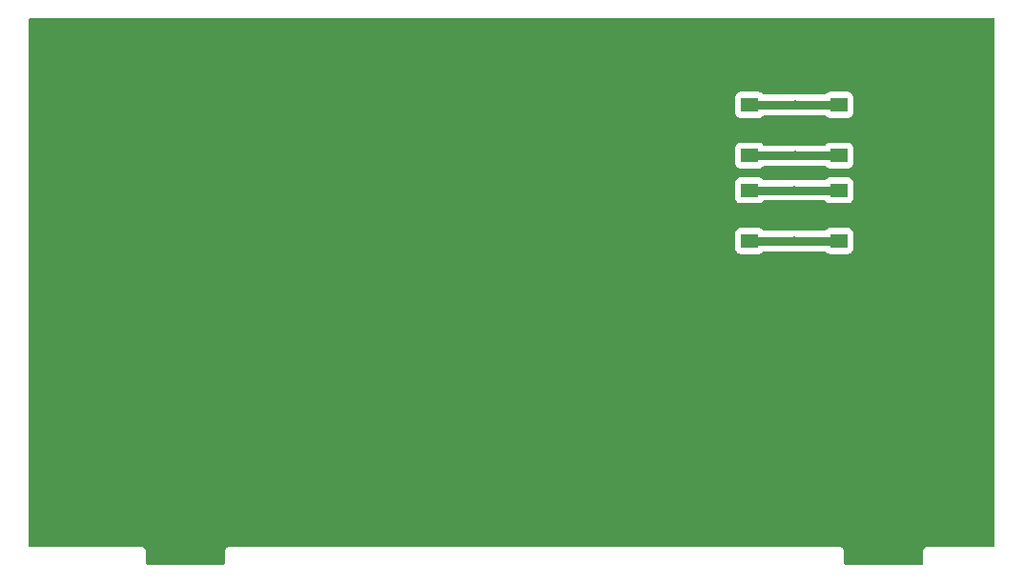
<source format=gbr>
G04 #@! TF.GenerationSoftware,KiCad,Pcbnew,(6.0.0)*
G04 #@! TF.CreationDate,2022-12-26T18:08:20+03:00*
G04 #@! TF.ProjectId,right,72696768-742e-46b6-9963-61645f706362,rev?*
G04 #@! TF.SameCoordinates,Original*
G04 #@! TF.FileFunction,Copper,L1,Top*
G04 #@! TF.FilePolarity,Positive*
%FSLAX46Y46*%
G04 Gerber Fmt 4.6, Leading zero omitted, Abs format (unit mm)*
G04 Created by KiCad (PCBNEW (6.0.0)) date 2022-12-26 18:08:20*
%MOMM*%
%LPD*%
G01*
G04 APERTURE LIST*
G04 #@! TA.AperFunction,SMDPad,CuDef*
%ADD10R,1.550000X1.300000*%
G04 #@! TD*
G04 #@! TA.AperFunction,ViaPad*
%ADD11C,0.800000*%
G04 #@! TD*
G04 #@! TA.AperFunction,Conductor*
%ADD12C,0.800000*%
G04 #@! TD*
G04 APERTURE END LIST*
D10*
X186100001Y-82740001D03*
X186100001Y-78240001D03*
X194050001Y-78240001D03*
X194050001Y-82740001D03*
X194050001Y-90320001D03*
X194050001Y-85820001D03*
X186100001Y-85820001D03*
X186100001Y-90320001D03*
D11*
X190159999Y-78240001D03*
X190159999Y-82740001D03*
X190079999Y-85820001D03*
X190079999Y-90320001D03*
D12*
X186100001Y-78240001D02*
X190159999Y-78240001D01*
X190159999Y-78240001D02*
X194050001Y-78240001D01*
X194050001Y-82740001D02*
X190159999Y-82740001D01*
X190159999Y-82740001D02*
X186100001Y-82740001D01*
X186100001Y-85820001D02*
X190079999Y-85820001D01*
X190079999Y-85820001D02*
X194050001Y-85820001D01*
X194050001Y-90320001D02*
X190079999Y-90320001D01*
X190079999Y-90320001D02*
X186100001Y-90320001D01*
G04 #@! TA.AperFunction,NonConductor*
G36*
X207834121Y-70528002D02*
G01*
X207880614Y-70581658D01*
X207892000Y-70634000D01*
X207892000Y-117366000D01*
X207871998Y-117434121D01*
X207818342Y-117480614D01*
X207766000Y-117492000D01*
X202008702Y-117492000D01*
X202007932Y-117491998D01*
X202007078Y-117491993D01*
X201930348Y-117491524D01*
X201921719Y-117493990D01*
X201921714Y-117493991D01*
X201901952Y-117499639D01*
X201885191Y-117503217D01*
X201864848Y-117506130D01*
X201864838Y-117506133D01*
X201855955Y-117507405D01*
X201832605Y-117518021D01*
X201815093Y-117524464D01*
X201807057Y-117526761D01*
X201790435Y-117531512D01*
X201765452Y-117547274D01*
X201750386Y-117555404D01*
X201723490Y-117567633D01*
X201704061Y-117584374D01*
X201689053Y-117595479D01*
X201667369Y-117609160D01*
X201661427Y-117615888D01*
X201647819Y-117631296D01*
X201635627Y-117643340D01*
X201613253Y-117662619D01*
X201608374Y-117670147D01*
X201608371Y-117670150D01*
X201599304Y-117684139D01*
X201588014Y-117699013D01*
X201571044Y-117718228D01*
X201558490Y-117744966D01*
X201550176Y-117759935D01*
X201534107Y-117784727D01*
X201531535Y-117793327D01*
X201526761Y-117809290D01*
X201520099Y-117826736D01*
X201509201Y-117849948D01*
X201504658Y-117879128D01*
X201500874Y-117895849D01*
X201494986Y-117915536D01*
X201494985Y-117915539D01*
X201492413Y-117924141D01*
X201492358Y-117933116D01*
X201492358Y-117933117D01*
X201492203Y-117958546D01*
X201492170Y-117959328D01*
X201492000Y-117960423D01*
X201492000Y-117991298D01*
X201491998Y-117992068D01*
X201491524Y-118069652D01*
X201491908Y-118070996D01*
X201492000Y-118072341D01*
X201492000Y-118966000D01*
X201471998Y-119034121D01*
X201418342Y-119080614D01*
X201366000Y-119092000D01*
X194634000Y-119092000D01*
X194565879Y-119071998D01*
X194519386Y-119018342D01*
X194508000Y-118966000D01*
X194508000Y-118008702D01*
X194508002Y-118007932D01*
X194508421Y-117939322D01*
X194508476Y-117930348D01*
X194506010Y-117921719D01*
X194506009Y-117921714D01*
X194500361Y-117901952D01*
X194496783Y-117885191D01*
X194493870Y-117864848D01*
X194493867Y-117864838D01*
X194492595Y-117855955D01*
X194481979Y-117832605D01*
X194475536Y-117815093D01*
X194470954Y-117799063D01*
X194468488Y-117790435D01*
X194452726Y-117765452D01*
X194444596Y-117750386D01*
X194432367Y-117723490D01*
X194415626Y-117704061D01*
X194404521Y-117689053D01*
X194395630Y-117674961D01*
X194390840Y-117667369D01*
X194368703Y-117647818D01*
X194356659Y-117635626D01*
X194343239Y-117620051D01*
X194343237Y-117620050D01*
X194337381Y-117613253D01*
X194329853Y-117608374D01*
X194329850Y-117608371D01*
X194315861Y-117599304D01*
X194300987Y-117588014D01*
X194288502Y-117576988D01*
X194281772Y-117571044D01*
X194273646Y-117567229D01*
X194273645Y-117567228D01*
X194267979Y-117564568D01*
X194255034Y-117558490D01*
X194240065Y-117550176D01*
X194215273Y-117534107D01*
X194190709Y-117526761D01*
X194173264Y-117520099D01*
X194168827Y-117518016D01*
X194150052Y-117509201D01*
X194120870Y-117504657D01*
X194104151Y-117500874D01*
X194084464Y-117494986D01*
X194084461Y-117494985D01*
X194075859Y-117492413D01*
X194066884Y-117492358D01*
X194066883Y-117492358D01*
X194060190Y-117492317D01*
X194041444Y-117492203D01*
X194040672Y-117492170D01*
X194039577Y-117492000D01*
X194008702Y-117492000D01*
X194007932Y-117491998D01*
X193934284Y-117491548D01*
X193934283Y-117491548D01*
X193930348Y-117491524D01*
X193929004Y-117491908D01*
X193927659Y-117492000D01*
X140008702Y-117492000D01*
X140007932Y-117491998D01*
X140007078Y-117491993D01*
X139930348Y-117491524D01*
X139921719Y-117493990D01*
X139921714Y-117493991D01*
X139901952Y-117499639D01*
X139885191Y-117503217D01*
X139864848Y-117506130D01*
X139864838Y-117506133D01*
X139855955Y-117507405D01*
X139832605Y-117518021D01*
X139815093Y-117524464D01*
X139807057Y-117526761D01*
X139790435Y-117531512D01*
X139765452Y-117547274D01*
X139750386Y-117555404D01*
X139723490Y-117567633D01*
X139704061Y-117584374D01*
X139689053Y-117595479D01*
X139667369Y-117609160D01*
X139661427Y-117615888D01*
X139647819Y-117631296D01*
X139635627Y-117643340D01*
X139613253Y-117662619D01*
X139608374Y-117670147D01*
X139608371Y-117670150D01*
X139599304Y-117684139D01*
X139588014Y-117699013D01*
X139571044Y-117718228D01*
X139558490Y-117744966D01*
X139550176Y-117759935D01*
X139534107Y-117784727D01*
X139531535Y-117793327D01*
X139526761Y-117809290D01*
X139520099Y-117826736D01*
X139509201Y-117849948D01*
X139504658Y-117879128D01*
X139500874Y-117895849D01*
X139494986Y-117915536D01*
X139494985Y-117915539D01*
X139492413Y-117924141D01*
X139492358Y-117933116D01*
X139492358Y-117933117D01*
X139492203Y-117958546D01*
X139492170Y-117959328D01*
X139492000Y-117960423D01*
X139492000Y-117991298D01*
X139491998Y-117992068D01*
X139491524Y-118069652D01*
X139491908Y-118070996D01*
X139492000Y-118072341D01*
X139492000Y-118966000D01*
X139471998Y-119034121D01*
X139418342Y-119080614D01*
X139366000Y-119092000D01*
X132634000Y-119092000D01*
X132565879Y-119071998D01*
X132519386Y-119018342D01*
X132508000Y-118966000D01*
X132508000Y-118008702D01*
X132508002Y-118007932D01*
X132508421Y-117939322D01*
X132508476Y-117930348D01*
X132506010Y-117921719D01*
X132506009Y-117921714D01*
X132500361Y-117901952D01*
X132496783Y-117885191D01*
X132493870Y-117864848D01*
X132493867Y-117864838D01*
X132492595Y-117855955D01*
X132481979Y-117832605D01*
X132475536Y-117815093D01*
X132470954Y-117799063D01*
X132468488Y-117790435D01*
X132452726Y-117765452D01*
X132444596Y-117750386D01*
X132432367Y-117723490D01*
X132415626Y-117704061D01*
X132404521Y-117689053D01*
X132395630Y-117674961D01*
X132390840Y-117667369D01*
X132368703Y-117647818D01*
X132356659Y-117635626D01*
X132343239Y-117620051D01*
X132343237Y-117620050D01*
X132337381Y-117613253D01*
X132329853Y-117608374D01*
X132329850Y-117608371D01*
X132315861Y-117599304D01*
X132300987Y-117588014D01*
X132288502Y-117576988D01*
X132281772Y-117571044D01*
X132273646Y-117567229D01*
X132273645Y-117567228D01*
X132267979Y-117564568D01*
X132255034Y-117558490D01*
X132240065Y-117550176D01*
X132215273Y-117534107D01*
X132190709Y-117526761D01*
X132173264Y-117520099D01*
X132168827Y-117518016D01*
X132150052Y-117509201D01*
X132120870Y-117504657D01*
X132104151Y-117500874D01*
X132084464Y-117494986D01*
X132084461Y-117494985D01*
X132075859Y-117492413D01*
X132066884Y-117492358D01*
X132066883Y-117492358D01*
X132060190Y-117492317D01*
X132041444Y-117492203D01*
X132040672Y-117492170D01*
X132039577Y-117492000D01*
X132008702Y-117492000D01*
X132007932Y-117491998D01*
X131934284Y-117491548D01*
X131934283Y-117491548D01*
X131930348Y-117491524D01*
X131929004Y-117491908D01*
X131927659Y-117492000D01*
X122234000Y-117492000D01*
X122165879Y-117471998D01*
X122119386Y-117418342D01*
X122108000Y-117366000D01*
X122108000Y-91018135D01*
X184816501Y-91018135D01*
X184823256Y-91080317D01*
X184874386Y-91216706D01*
X184961740Y-91333262D01*
X185078296Y-91420616D01*
X185214685Y-91471746D01*
X185276867Y-91478501D01*
X186923135Y-91478501D01*
X186985317Y-91471746D01*
X187121706Y-91420616D01*
X187238262Y-91333262D01*
X187278977Y-91278936D01*
X187335836Y-91236421D01*
X187379803Y-91228501D01*
X192770199Y-91228501D01*
X192838320Y-91248503D01*
X192871025Y-91278936D01*
X192911740Y-91333262D01*
X193028296Y-91420616D01*
X193164685Y-91471746D01*
X193226867Y-91478501D01*
X194873135Y-91478501D01*
X194935317Y-91471746D01*
X195071706Y-91420616D01*
X195188262Y-91333262D01*
X195275616Y-91216706D01*
X195326746Y-91080317D01*
X195333501Y-91018135D01*
X195333501Y-89621867D01*
X195326746Y-89559685D01*
X195275616Y-89423296D01*
X195188262Y-89306740D01*
X195071706Y-89219386D01*
X194935317Y-89168256D01*
X194873135Y-89161501D01*
X193226867Y-89161501D01*
X193164685Y-89168256D01*
X193028296Y-89219386D01*
X192911740Y-89306740D01*
X192906359Y-89313920D01*
X192871025Y-89361066D01*
X192814166Y-89403581D01*
X192770199Y-89411501D01*
X187379803Y-89411501D01*
X187311682Y-89391499D01*
X187278977Y-89361066D01*
X187243643Y-89313920D01*
X187238262Y-89306740D01*
X187121706Y-89219386D01*
X186985317Y-89168256D01*
X186923135Y-89161501D01*
X185276867Y-89161501D01*
X185214685Y-89168256D01*
X185078296Y-89219386D01*
X184961740Y-89306740D01*
X184874386Y-89423296D01*
X184823256Y-89559685D01*
X184816501Y-89621867D01*
X184816501Y-91018135D01*
X122108000Y-91018135D01*
X122108000Y-86518135D01*
X184816501Y-86518135D01*
X184823256Y-86580317D01*
X184874386Y-86716706D01*
X184961740Y-86833262D01*
X185078296Y-86920616D01*
X185214685Y-86971746D01*
X185276867Y-86978501D01*
X186923135Y-86978501D01*
X186985317Y-86971746D01*
X187121706Y-86920616D01*
X187238262Y-86833262D01*
X187278977Y-86778936D01*
X187335836Y-86736421D01*
X187379803Y-86728501D01*
X192770199Y-86728501D01*
X192838320Y-86748503D01*
X192871025Y-86778936D01*
X192911740Y-86833262D01*
X193028296Y-86920616D01*
X193164685Y-86971746D01*
X193226867Y-86978501D01*
X194873135Y-86978501D01*
X194935317Y-86971746D01*
X195071706Y-86920616D01*
X195188262Y-86833262D01*
X195275616Y-86716706D01*
X195326746Y-86580317D01*
X195333501Y-86518135D01*
X195333501Y-85121867D01*
X195326746Y-85059685D01*
X195275616Y-84923296D01*
X195188262Y-84806740D01*
X195071706Y-84719386D01*
X194935317Y-84668256D01*
X194873135Y-84661501D01*
X193226867Y-84661501D01*
X193164685Y-84668256D01*
X193028296Y-84719386D01*
X192911740Y-84806740D01*
X192906359Y-84813920D01*
X192871025Y-84861066D01*
X192814166Y-84903581D01*
X192770199Y-84911501D01*
X187379803Y-84911501D01*
X187311682Y-84891499D01*
X187278977Y-84861066D01*
X187243643Y-84813920D01*
X187238262Y-84806740D01*
X187121706Y-84719386D01*
X186985317Y-84668256D01*
X186923135Y-84661501D01*
X185276867Y-84661501D01*
X185214685Y-84668256D01*
X185078296Y-84719386D01*
X184961740Y-84806740D01*
X184874386Y-84923296D01*
X184823256Y-85059685D01*
X184816501Y-85121867D01*
X184816501Y-86518135D01*
X122108000Y-86518135D01*
X122108000Y-83438135D01*
X184816501Y-83438135D01*
X184823256Y-83500317D01*
X184874386Y-83636706D01*
X184961740Y-83753262D01*
X185078296Y-83840616D01*
X185214685Y-83891746D01*
X185276867Y-83898501D01*
X186923135Y-83898501D01*
X186985317Y-83891746D01*
X187121706Y-83840616D01*
X187238262Y-83753262D01*
X187278977Y-83698936D01*
X187335836Y-83656421D01*
X187379803Y-83648501D01*
X192770199Y-83648501D01*
X192838320Y-83668503D01*
X192871025Y-83698936D01*
X192911740Y-83753262D01*
X193028296Y-83840616D01*
X193164685Y-83891746D01*
X193226867Y-83898501D01*
X194873135Y-83898501D01*
X194935317Y-83891746D01*
X195071706Y-83840616D01*
X195188262Y-83753262D01*
X195275616Y-83636706D01*
X195326746Y-83500317D01*
X195333501Y-83438135D01*
X195333501Y-82041867D01*
X195326746Y-81979685D01*
X195275616Y-81843296D01*
X195188262Y-81726740D01*
X195071706Y-81639386D01*
X194935317Y-81588256D01*
X194873135Y-81581501D01*
X193226867Y-81581501D01*
X193164685Y-81588256D01*
X193028296Y-81639386D01*
X192911740Y-81726740D01*
X192906359Y-81733920D01*
X192871025Y-81781066D01*
X192814166Y-81823581D01*
X192770199Y-81831501D01*
X187379803Y-81831501D01*
X187311682Y-81811499D01*
X187278977Y-81781066D01*
X187243643Y-81733920D01*
X187238262Y-81726740D01*
X187121706Y-81639386D01*
X186985317Y-81588256D01*
X186923135Y-81581501D01*
X185276867Y-81581501D01*
X185214685Y-81588256D01*
X185078296Y-81639386D01*
X184961740Y-81726740D01*
X184874386Y-81843296D01*
X184823256Y-81979685D01*
X184816501Y-82041867D01*
X184816501Y-83438135D01*
X122108000Y-83438135D01*
X122108000Y-78938135D01*
X184816501Y-78938135D01*
X184823256Y-79000317D01*
X184874386Y-79136706D01*
X184961740Y-79253262D01*
X185078296Y-79340616D01*
X185214685Y-79391746D01*
X185276867Y-79398501D01*
X186923135Y-79398501D01*
X186985317Y-79391746D01*
X187121706Y-79340616D01*
X187238262Y-79253262D01*
X187278977Y-79198936D01*
X187335836Y-79156421D01*
X187379803Y-79148501D01*
X192770199Y-79148501D01*
X192838320Y-79168503D01*
X192871025Y-79198936D01*
X192911740Y-79253262D01*
X193028296Y-79340616D01*
X193164685Y-79391746D01*
X193226867Y-79398501D01*
X194873135Y-79398501D01*
X194935317Y-79391746D01*
X195071706Y-79340616D01*
X195188262Y-79253262D01*
X195275616Y-79136706D01*
X195326746Y-79000317D01*
X195333501Y-78938135D01*
X195333501Y-77541867D01*
X195326746Y-77479685D01*
X195275616Y-77343296D01*
X195188262Y-77226740D01*
X195071706Y-77139386D01*
X194935317Y-77088256D01*
X194873135Y-77081501D01*
X193226867Y-77081501D01*
X193164685Y-77088256D01*
X193028296Y-77139386D01*
X192911740Y-77226740D01*
X192906359Y-77233920D01*
X192871025Y-77281066D01*
X192814166Y-77323581D01*
X192770199Y-77331501D01*
X187379803Y-77331501D01*
X187311682Y-77311499D01*
X187278977Y-77281066D01*
X187243643Y-77233920D01*
X187238262Y-77226740D01*
X187121706Y-77139386D01*
X186985317Y-77088256D01*
X186923135Y-77081501D01*
X185276867Y-77081501D01*
X185214685Y-77088256D01*
X185078296Y-77139386D01*
X184961740Y-77226740D01*
X184874386Y-77343296D01*
X184823256Y-77479685D01*
X184816501Y-77541867D01*
X184816501Y-78938135D01*
X122108000Y-78938135D01*
X122108000Y-70634000D01*
X122128002Y-70565879D01*
X122181658Y-70519386D01*
X122234000Y-70508000D01*
X207766000Y-70508000D01*
X207834121Y-70528002D01*
G37*
G04 #@! TD.AperFunction*
M02*

</source>
